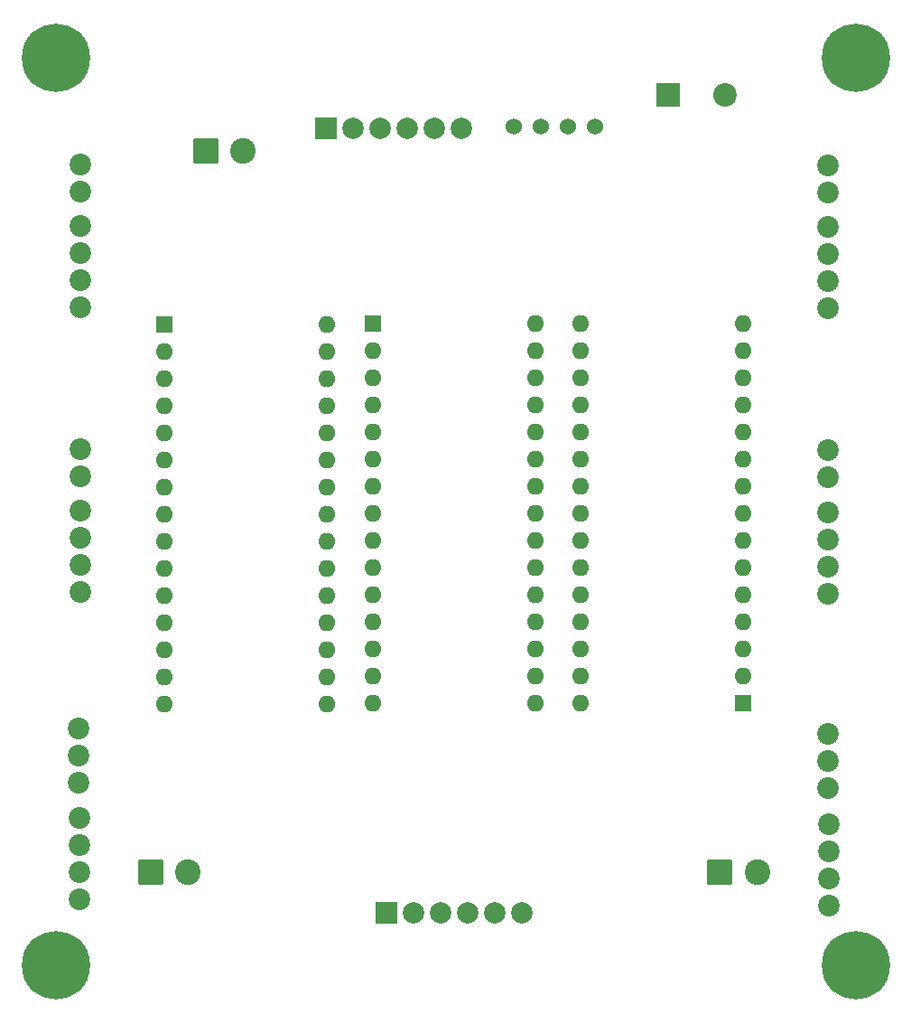
<source format=gbr>
%TF.GenerationSoftware,KiCad,Pcbnew,9.0.0-1.fc41*%
%TF.CreationDate,2025-04-13T20:28:48+02:00*%
%TF.ProjectId,main_board,6d61696e-5f62-46f6-9172-642e6b696361,v1.0*%
%TF.SameCoordinates,Original*%
%TF.FileFunction,Soldermask,Bot*%
%TF.FilePolarity,Negative*%
%FSLAX46Y46*%
G04 Gerber Fmt 4.6, Leading zero omitted, Abs format (unit mm)*
G04 Created by KiCad (PCBNEW 9.0.0-1.fc41) date 2025-04-13 20:28:48*
%MOMM*%
%LPD*%
G01*
G04 APERTURE LIST*
G04 Aperture macros list*
%AMRoundRect*
0 Rectangle with rounded corners*
0 $1 Rounding radius*
0 $2 $3 $4 $5 $6 $7 $8 $9 X,Y pos of 4 corners*
0 Add a 4 corners polygon primitive as box body*
4,1,4,$2,$3,$4,$5,$6,$7,$8,$9,$2,$3,0*
0 Add four circle primitives for the rounded corners*
1,1,$1+$1,$2,$3*
1,1,$1+$1,$4,$5*
1,1,$1+$1,$6,$7*
1,1,$1+$1,$8,$9*
0 Add four rect primitives between the rounded corners*
20,1,$1+$1,$2,$3,$4,$5,0*
20,1,$1+$1,$4,$5,$6,$7,0*
20,1,$1+$1,$6,$7,$8,$9,0*
20,1,$1+$1,$8,$9,$2,$3,0*%
G04 Aperture macros list end*
%ADD10R,2.000000X2.000000*%
%ADD11C,2.000000*%
%ADD12C,2.020000*%
%ADD13R,2.200000X2.200000*%
%ADD14C,2.200000*%
%ADD15RoundRect,0.250001X-0.949999X-0.949999X0.949999X-0.949999X0.949999X0.949999X-0.949999X0.949999X0*%
%ADD16C,2.400000*%
%ADD17C,6.400000*%
%ADD18C,1.530000*%
%ADD19R,1.600000X1.600000*%
%ADD20O,1.600000X1.600000*%
G04 APERTURE END LIST*
D10*
%TO.C,J3*%
X142440000Y-119545000D03*
D11*
X144980000Y-119545000D03*
X147520000Y-119545000D03*
X150060000Y-119545000D03*
X152600000Y-119545000D03*
X155140000Y-119545000D03*
%TD*%
D12*
%TO.C,J15*%
X183900000Y-118870000D03*
X183900000Y-116330000D03*
X183900000Y-113790000D03*
X183900000Y-111250000D03*
%TD*%
%TO.C,J19*%
X183820000Y-78800000D03*
X183820000Y-76260000D03*
%TD*%
D13*
%TO.C,S2*%
X168850000Y-42950000D03*
D14*
X174150000Y-42950000D03*
%TD*%
D12*
%TO.C,J2*%
X113700000Y-76105000D03*
X113700000Y-78645000D03*
%TD*%
D15*
%TO.C,J11*%
X173700000Y-115800000D03*
D16*
X177200000Y-115800000D03*
%TD*%
D12*
%TO.C,J16*%
X183820000Y-89670000D03*
X183820000Y-87130000D03*
X183820000Y-84590000D03*
X183820000Y-82050000D03*
%TD*%
%TO.C,J10*%
X113700000Y-49495000D03*
X113700000Y-52035000D03*
%TD*%
%TO.C,J17*%
X183800000Y-62955000D03*
X183800000Y-60415000D03*
X183800000Y-57875000D03*
X183800000Y-55335000D03*
%TD*%
D17*
%TO.C,H2*%
X186423250Y-124500000D03*
%TD*%
D12*
%TO.C,J14*%
X113620000Y-110710000D03*
X113620000Y-113250000D03*
X113620000Y-115790000D03*
X113620000Y-118330000D03*
%TD*%
%TO.C,J20*%
X183800000Y-52060000D03*
X183800000Y-49520000D03*
%TD*%
D15*
%TO.C,J1*%
X120350000Y-115800000D03*
D16*
X123850000Y-115800000D03*
%TD*%
D12*
%TO.C,J22*%
X183850000Y-107850000D03*
X183850000Y-105310000D03*
X183850000Y-102770000D03*
%TD*%
D15*
%TO.C,J18*%
X125500000Y-48200000D03*
D16*
X129000000Y-48200000D03*
%TD*%
D12*
%TO.C,J12*%
X113700000Y-55245000D03*
X113700000Y-57785000D03*
X113700000Y-60325000D03*
X113700000Y-62865000D03*
%TD*%
D18*
%TO.C,U1*%
X162010000Y-45900000D03*
X159470000Y-45900000D03*
X156930000Y-45900000D03*
X154390000Y-45900000D03*
%TD*%
D10*
%TO.C,J5*%
X136800000Y-46100000D03*
D11*
X139340000Y-46100000D03*
X141880000Y-46100000D03*
X144420000Y-46100000D03*
X146960000Y-46100000D03*
X149500000Y-46100000D03*
%TD*%
D17*
%TO.C,H1*%
X111436750Y-124500000D03*
%TD*%
D19*
%TO.C,Slave2*%
X175840000Y-99950000D03*
D20*
X175840000Y-97410000D03*
X175840000Y-94870000D03*
X175840000Y-92330000D03*
X175840000Y-89790000D03*
X175840000Y-87250000D03*
X175840000Y-84710000D03*
X175840000Y-82170000D03*
X175840000Y-79630000D03*
X175840000Y-77090000D03*
X175840000Y-74550000D03*
X175840000Y-72010000D03*
X175840000Y-69470000D03*
X175840000Y-66930000D03*
X175840000Y-64390000D03*
X160600000Y-64390000D03*
X160600000Y-66930000D03*
X160600000Y-69470000D03*
X160600000Y-72010000D03*
X160600000Y-74550000D03*
X160600000Y-77090000D03*
X160600000Y-79630000D03*
X160600000Y-82170000D03*
X160600000Y-84710000D03*
X160600000Y-87250000D03*
X160600000Y-89790000D03*
X160600000Y-92330000D03*
X160600000Y-94870000D03*
X160600000Y-97410000D03*
X160600000Y-99950000D03*
%TD*%
D17*
%TO.C,H4*%
X186423250Y-39500000D03*
%TD*%
D19*
%TO.C,Master*%
X141200000Y-64400000D03*
D20*
X141200000Y-66940000D03*
X141200000Y-69480000D03*
X141200000Y-72020000D03*
X141200000Y-74560000D03*
X141200000Y-77100000D03*
X141200000Y-79640000D03*
X141200000Y-82180000D03*
X141200000Y-84720000D03*
X141200000Y-87260000D03*
X141200000Y-89800000D03*
X141200000Y-92340000D03*
X141200000Y-94880000D03*
X141200000Y-97420000D03*
X141200000Y-99960000D03*
X156440000Y-99960000D03*
X156440000Y-97420000D03*
X156440000Y-94880000D03*
X156440000Y-92340000D03*
X156440000Y-89800000D03*
X156440000Y-87260000D03*
X156440000Y-84720000D03*
X156440000Y-82180000D03*
X156440000Y-79640000D03*
X156440000Y-77100000D03*
X156440000Y-74560000D03*
X156440000Y-72020000D03*
X156440000Y-69480000D03*
X156440000Y-66940000D03*
X156440000Y-64400000D03*
%TD*%
D19*
%TO.C,Slave1*%
X121595000Y-64455000D03*
D20*
X121595000Y-66995000D03*
X121595000Y-69535000D03*
X121595000Y-72075000D03*
X121595000Y-74615000D03*
X121595000Y-77155000D03*
X121595000Y-79695000D03*
X121595000Y-82235000D03*
X121595000Y-84775000D03*
X121595000Y-87315000D03*
X121595000Y-89855000D03*
X121595000Y-92395000D03*
X121595000Y-94935000D03*
X121595000Y-97475000D03*
X121595000Y-100015000D03*
X136835000Y-100015000D03*
X136835000Y-97475000D03*
X136835000Y-94935000D03*
X136835000Y-92395000D03*
X136835000Y-89855000D03*
X136835000Y-87315000D03*
X136835000Y-84775000D03*
X136835000Y-82235000D03*
X136835000Y-79695000D03*
X136835000Y-77155000D03*
X136835000Y-74615000D03*
X136835000Y-72075000D03*
X136835000Y-69535000D03*
X136835000Y-66995000D03*
X136835000Y-64455000D03*
%TD*%
D12*
%TO.C,J13*%
X113700000Y-81895000D03*
X113700000Y-84435000D03*
X113700000Y-86975000D03*
X113700000Y-89515000D03*
%TD*%
%TO.C,J21*%
X113600000Y-102270000D03*
X113600000Y-104810000D03*
X113600000Y-107350000D03*
%TD*%
D17*
%TO.C,H3*%
X111436750Y-39500000D03*
%TD*%
M02*

</source>
